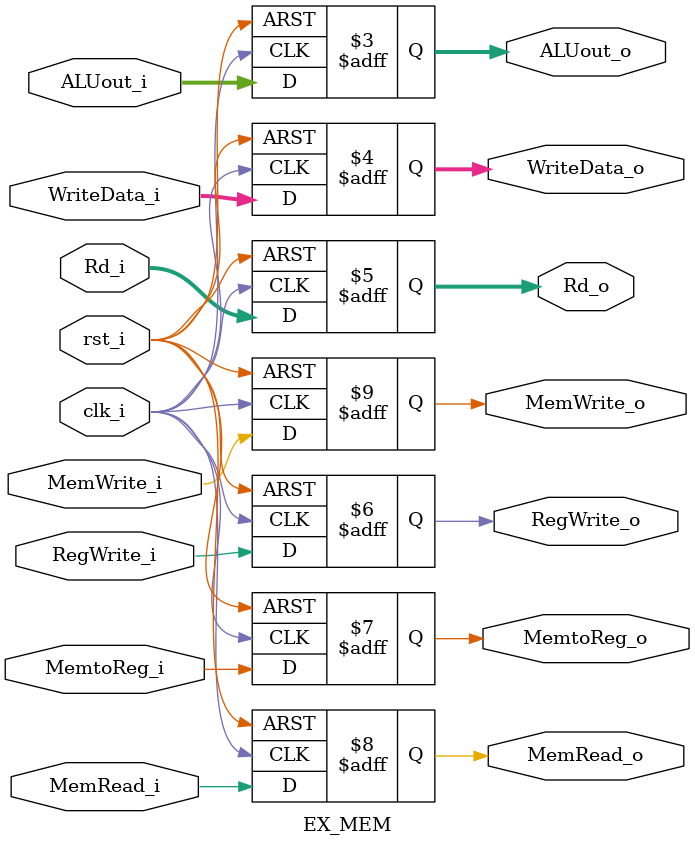
<source format=v>
`timescale 1ns/1ps

module EX_MEM (
    input  wire        clk_i,
    input  wire        rst_i,
    input  wire [31:0] ALUout_i,
    input  wire [31:0] WriteData_i,
    input  wire [4:0]  Rd_i,
    input  wire        RegWrite_i,
    input  wire        MemtoReg_i,
    input  wire        MemRead_i,
    input  wire        MemWrite_i,

    output reg  [31:0] ALUout_o,
    output reg  [31:0] WriteData_o,
    output reg  [4:0]  Rd_o,
    output reg         RegWrite_o,
    output reg         MemtoReg_o,
    output reg         MemRead_o,
    output reg         MemWrite_o
);

    // 同步復位/傳遞寄存器
    always @(posedge clk_i or negedge rst_i) begin
        if (!rst_i) begin
            // 低復位：全部清零
            ALUout_o     <= 32'd0;
            WriteData_o  <= 32'd0;
            Rd_o         <= 5'd0;
            RegWrite_o   <= 1'b0;
            MemtoReg_o   <= 1'b0;
            MemRead_o    <= 1'b0;
            MemWrite_o   <= 1'b0;
        end
        else begin
            // 正常流水線傳遞
            ALUout_o     <= ALUout_i;
            WriteData_o  <= WriteData_i;
            Rd_o         <= Rd_i;
            RegWrite_o   <= RegWrite_i;
            MemtoReg_o   <= MemtoReg_i;
            MemRead_o    <= MemRead_i;
            MemWrite_o   <= MemWrite_i;
        end
    end

endmodule

</source>
